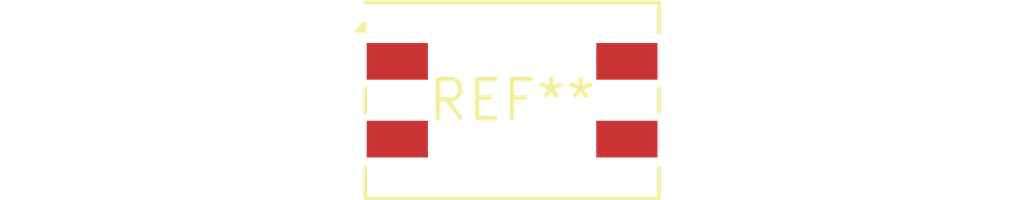
<source format=kicad_pcb>
(kicad_pcb (version 20240108) (generator pcbnew)
  (layers (0 "F.Cu" signal) (31 "B.Cu" signal) (34 "B.Paste" user) (35 "F.Paste" user) (36 "B.SilkS" user "B.Silkscreen") (37 "F.SilkS" user "F.Silkscreen") (38 "B.Mask" user) (39 "F.Mask" user) (44 "Edge.Cuts" user))
  (net 0 "")
  (footprint "Filter_Bourns_SRF0905_6.0x9.2mm" (layer "F.Cu") (at 0 0)
    (property "Reference" "REF**")
    (property "Value" "Filter_Bourns_SRF0905_6.0x9.2mm")
    (fp_line (start -4.8 -0.4) (end -4.8 0.4) (layer "F.SilkS") (stroke (width 0.12)))
    (fp_line (start -4.8 2.2) (end -4.8 3.2) (layer "F.SilkS") (stroke (width 0.12)))
    (fp_line (start -4.8 3.2) (end 4.8 3.2) (layer "F.SilkS") (stroke (width 0.12)))
    (fp_line (start 4.8 -3.2) (end -4.8 -3.2) (layer "F.SilkS") (stroke (width 0.12)))
    (fp_line (start 4.8 -2.2) (end 4.8 -3.2) (layer "F.SilkS") (stroke (width 0.12)))
    (fp_line (start 4.8 -0.4) (end 4.8 0.4) (layer "F.SilkS") (stroke (width 0.12)))
    (fp_line (start 4.8 3.2) (end 4.8 2.2) (layer "F.SilkS") (stroke (width 0.12)))
    (fp_poly (pts (xy -4.81 -2.24) (xy -5.09 -2.24) (xy -4.81 -2.52) (xy -4.81 -2.24)) (layer "F.SilkS") (stroke (width 0.12)) (fill solid))
    (pad "1" smd rect (at -3.75 -1.27) (size 2 1.2) (layers "F.Cu" "F.Paste" "F.Mask"))
    (pad "2" smd rect (at -3.75 1.27) (size 2 1.2) (layers "F.Cu" "F.Paste" "F.Mask"))
    (pad "3" smd rect (at 3.75 1.27) (size 2 1.2) (layers "F.Cu" "F.Paste" "F.Mask"))
    (pad "4" smd rect (at 3.75 -1.27) (size 2 1.2) (layers "F.Cu" "F.Paste" "F.Mask"))
  )
)
</source>
